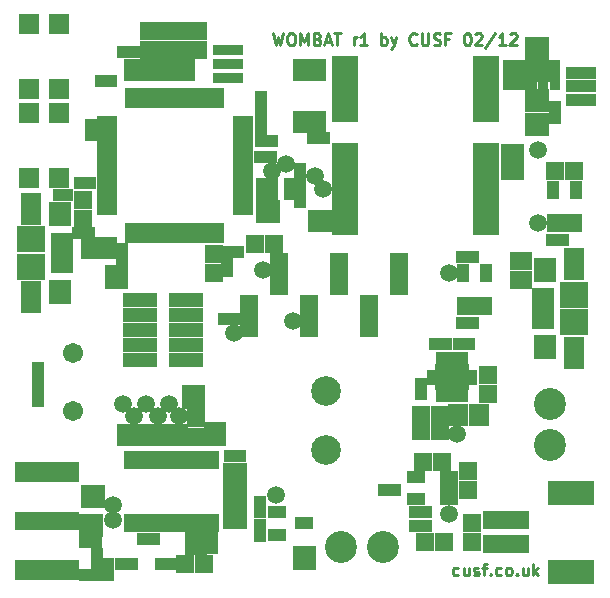
<source format=gts>
G04 (created by PCBNEW-RS274X (2012-01-19 BZR 3256)-stable) date Mon 27 Feb 2012 04:05:37 GMT*
G01*
G70*
G90*
%MOIN*%
G04 Gerber Fmt 3.4, Leading zero omitted, Abs format*
%FSLAX34Y34*%
G04 APERTURE LIST*
%ADD10C,0.006000*%
%ADD11C,0.009900*%
%ADD12R,0.033800X0.033800*%
%ADD13R,0.060200X0.073100*%
%ADD14R,0.057400X0.047600*%
%ADD15R,0.060200X0.057400*%
%ADD16R,0.086100X0.040500*%
%ADD17R,0.031800X0.059400*%
%ADD18C,0.059400*%
%ADD19R,0.059400X0.031800*%
%ADD20R,0.037700X0.031800*%
%ADD21R,0.063300X0.043600*%
%ADD22R,0.043600X0.063300*%
%ADD23R,0.070000X0.070000*%
%ADD24R,0.216900X0.059400*%
%ADD25R,0.216900X0.067200*%
%ADD26R,0.065300X0.077100*%
%ADD27R,0.059400X0.059400*%
%ADD28R,0.044400X0.044400*%
%ADD29R,0.098700X0.043600*%
%ADD30R,0.102700X0.035700*%
%ADD31C,0.098700*%
%ADD32R,0.090900X0.051500*%
%ADD33R,0.037700X0.077100*%
%ADD34R,0.075100X0.035700*%
%ADD35R,0.075100X0.083000*%
%ADD36R,0.071200X0.110600*%
%ADD37R,0.094800X0.090900*%
%ADD38R,0.031800X0.067200*%
%ADD39R,0.067200X0.031800*%
%ADD40R,0.153900X0.079100*%
%ADD41R,0.157800X0.059400*%
%ADD42R,0.060000X0.140000*%
%ADD43C,0.067200*%
%ADD44C,0.106600*%
%ADD45R,0.039700X0.039700*%
%ADD46R,0.114500X0.049900*%
%ADD47R,0.031000X0.048000*%
%ADD48C,0.031000*%
%ADD49R,0.114500X0.085000*%
%ADD50R,0.047600X0.031000*%
G04 APERTURE END LIST*
G54D10*
G54D11*
X79776Y-56047D02*
X79738Y-56065D01*
X79663Y-56065D01*
X79626Y-56047D01*
X79607Y-56028D01*
X79588Y-55990D01*
X79588Y-55878D01*
X79607Y-55840D01*
X79626Y-55822D01*
X79663Y-55803D01*
X79738Y-55803D01*
X79776Y-55822D01*
X80114Y-55803D02*
X80114Y-56065D01*
X79945Y-55803D02*
X79945Y-56009D01*
X79964Y-56047D01*
X80001Y-56065D01*
X80057Y-56065D01*
X80095Y-56047D01*
X80114Y-56028D01*
X80282Y-56047D02*
X80320Y-56065D01*
X80395Y-56065D01*
X80432Y-56047D01*
X80451Y-56009D01*
X80451Y-55990D01*
X80432Y-55953D01*
X80395Y-55934D01*
X80338Y-55934D01*
X80301Y-55915D01*
X80282Y-55878D01*
X80282Y-55859D01*
X80301Y-55822D01*
X80338Y-55803D01*
X80395Y-55803D01*
X80432Y-55822D01*
X80564Y-55803D02*
X80714Y-55803D01*
X80620Y-56065D02*
X80620Y-55728D01*
X80639Y-55690D01*
X80676Y-55671D01*
X80714Y-55671D01*
X80845Y-56028D02*
X80864Y-56047D01*
X80845Y-56065D01*
X80826Y-56047D01*
X80845Y-56028D01*
X80845Y-56065D01*
X81202Y-56047D02*
X81164Y-56065D01*
X81089Y-56065D01*
X81052Y-56047D01*
X81033Y-56028D01*
X81014Y-55990D01*
X81014Y-55878D01*
X81033Y-55840D01*
X81052Y-55822D01*
X81089Y-55803D01*
X81164Y-55803D01*
X81202Y-55822D01*
X81427Y-56065D02*
X81390Y-56047D01*
X81371Y-56028D01*
X81352Y-55990D01*
X81352Y-55878D01*
X81371Y-55840D01*
X81390Y-55822D01*
X81427Y-55803D01*
X81483Y-55803D01*
X81521Y-55822D01*
X81540Y-55840D01*
X81558Y-55878D01*
X81558Y-55990D01*
X81540Y-56028D01*
X81521Y-56047D01*
X81483Y-56065D01*
X81427Y-56065D01*
X81727Y-56028D02*
X81746Y-56047D01*
X81727Y-56065D01*
X81708Y-56047D01*
X81727Y-56028D01*
X81727Y-56065D01*
X82084Y-55803D02*
X82084Y-56065D01*
X81915Y-55803D02*
X81915Y-56009D01*
X81934Y-56047D01*
X81971Y-56065D01*
X82027Y-56065D01*
X82065Y-56047D01*
X82084Y-56028D01*
X82271Y-56065D02*
X82271Y-55671D01*
X82308Y-55915D02*
X82421Y-56065D01*
X82421Y-55803D02*
X82271Y-55953D01*
X73599Y-37993D02*
X73693Y-38387D01*
X73768Y-38106D01*
X73843Y-38387D01*
X73937Y-37993D01*
X74162Y-37993D02*
X74237Y-37993D01*
X74274Y-38012D01*
X74312Y-38050D01*
X74331Y-38125D01*
X74331Y-38256D01*
X74312Y-38331D01*
X74274Y-38369D01*
X74237Y-38387D01*
X74162Y-38387D01*
X74124Y-38369D01*
X74087Y-38331D01*
X74068Y-38256D01*
X74068Y-38125D01*
X74087Y-38050D01*
X74124Y-38012D01*
X74162Y-37993D01*
X74500Y-38387D02*
X74500Y-37993D01*
X74631Y-38275D01*
X74762Y-37993D01*
X74762Y-38387D01*
X75081Y-38181D02*
X75137Y-38200D01*
X75156Y-38219D01*
X75175Y-38256D01*
X75175Y-38312D01*
X75156Y-38350D01*
X75137Y-38369D01*
X75100Y-38387D01*
X74950Y-38387D01*
X74950Y-37993D01*
X75081Y-37993D01*
X75119Y-38012D01*
X75137Y-38031D01*
X75156Y-38069D01*
X75156Y-38106D01*
X75137Y-38144D01*
X75119Y-38162D01*
X75081Y-38181D01*
X74950Y-38181D01*
X75325Y-38275D02*
X75513Y-38275D01*
X75288Y-38387D02*
X75419Y-37993D01*
X75550Y-38387D01*
X75626Y-37993D02*
X75851Y-37993D01*
X75738Y-38387D02*
X75738Y-37993D01*
X76282Y-38387D02*
X76282Y-38125D01*
X76282Y-38200D02*
X76301Y-38162D01*
X76319Y-38144D01*
X76357Y-38125D01*
X76394Y-38125D01*
X76732Y-38387D02*
X76507Y-38387D01*
X76620Y-38387D02*
X76620Y-37993D01*
X76582Y-38050D01*
X76545Y-38087D01*
X76507Y-38106D01*
X77201Y-38387D02*
X77201Y-37993D01*
X77201Y-38144D02*
X77238Y-38125D01*
X77313Y-38125D01*
X77351Y-38144D01*
X77370Y-38162D01*
X77388Y-38200D01*
X77388Y-38312D01*
X77370Y-38350D01*
X77351Y-38369D01*
X77313Y-38387D01*
X77238Y-38387D01*
X77201Y-38369D01*
X77519Y-38125D02*
X77613Y-38387D01*
X77707Y-38125D02*
X77613Y-38387D01*
X77576Y-38481D01*
X77557Y-38500D01*
X77519Y-38519D01*
X78382Y-38350D02*
X78363Y-38369D01*
X78307Y-38387D01*
X78269Y-38387D01*
X78213Y-38369D01*
X78176Y-38331D01*
X78157Y-38294D01*
X78138Y-38219D01*
X78138Y-38162D01*
X78157Y-38087D01*
X78176Y-38050D01*
X78213Y-38012D01*
X78269Y-37993D01*
X78307Y-37993D01*
X78363Y-38012D01*
X78382Y-38031D01*
X78551Y-37993D02*
X78551Y-38312D01*
X78570Y-38350D01*
X78588Y-38369D01*
X78626Y-38387D01*
X78701Y-38387D01*
X78738Y-38369D01*
X78757Y-38350D01*
X78776Y-38312D01*
X78776Y-37993D01*
X78945Y-38369D02*
X79001Y-38387D01*
X79095Y-38387D01*
X79133Y-38369D01*
X79151Y-38350D01*
X79170Y-38312D01*
X79170Y-38275D01*
X79151Y-38237D01*
X79133Y-38219D01*
X79095Y-38200D01*
X79020Y-38181D01*
X78983Y-38162D01*
X78964Y-38144D01*
X78945Y-38106D01*
X78945Y-38069D01*
X78964Y-38031D01*
X78983Y-38012D01*
X79020Y-37993D01*
X79114Y-37993D01*
X79170Y-38012D01*
X79470Y-38181D02*
X79339Y-38181D01*
X79339Y-38387D02*
X79339Y-37993D01*
X79526Y-37993D01*
X80052Y-37993D02*
X80089Y-37993D01*
X80127Y-38012D01*
X80146Y-38031D01*
X80164Y-38069D01*
X80183Y-38144D01*
X80183Y-38237D01*
X80164Y-38312D01*
X80146Y-38350D01*
X80127Y-38369D01*
X80089Y-38387D01*
X80052Y-38387D01*
X80014Y-38369D01*
X79996Y-38350D01*
X79977Y-38312D01*
X79958Y-38237D01*
X79958Y-38144D01*
X79977Y-38069D01*
X79996Y-38031D01*
X80014Y-38012D01*
X80052Y-37993D01*
X80333Y-38031D02*
X80352Y-38012D01*
X80389Y-37993D01*
X80483Y-37993D01*
X80521Y-38012D01*
X80539Y-38031D01*
X80558Y-38069D01*
X80558Y-38106D01*
X80539Y-38162D01*
X80314Y-38387D01*
X80558Y-38387D01*
X81008Y-37975D02*
X80671Y-38481D01*
X81346Y-38387D02*
X81121Y-38387D01*
X81234Y-38387D02*
X81234Y-37993D01*
X81196Y-38050D01*
X81159Y-38087D01*
X81121Y-38106D01*
X81496Y-38031D02*
X81515Y-38012D01*
X81552Y-37993D01*
X81646Y-37993D01*
X81684Y-38012D01*
X81702Y-38031D01*
X81721Y-38069D01*
X81721Y-38106D01*
X81702Y-38162D01*
X81477Y-38387D01*
X81721Y-38387D01*
G54D12*
X82992Y-39055D03*
X82992Y-39378D03*
X82992Y-39701D03*
X82602Y-39701D03*
X82212Y-39701D03*
X82212Y-39055D03*
X81425Y-39378D03*
G54D13*
X82604Y-39252D03*
G54D14*
X82216Y-39380D03*
G54D15*
X81829Y-39378D03*
G54D16*
X81699Y-39088D03*
X81699Y-39667D03*
G54D17*
X71615Y-52205D03*
X71359Y-52205D03*
X71103Y-52205D03*
X70848Y-52205D03*
X70592Y-52205D03*
X70336Y-52205D03*
X70080Y-52205D03*
X69824Y-52205D03*
X69568Y-52205D03*
X69313Y-52205D03*
X69057Y-52205D03*
X68801Y-52205D03*
X68800Y-54331D03*
X69056Y-54331D03*
X69312Y-54331D03*
X69567Y-54331D03*
X69823Y-54331D03*
X70079Y-54331D03*
X70335Y-54331D03*
X70591Y-54331D03*
X70847Y-54331D03*
X71103Y-54331D03*
X71359Y-54331D03*
X71615Y-54331D03*
G54D18*
X73701Y-53386D03*
X68583Y-50355D03*
X68977Y-50749D03*
X70473Y-50749D03*
X70118Y-50335D03*
X72283Y-47992D03*
X69764Y-50749D03*
X73563Y-42577D03*
X74035Y-42341D03*
X73268Y-45866D03*
X74252Y-47598D03*
X82441Y-44331D03*
X82441Y-41890D03*
X68268Y-53702D03*
X79449Y-45984D03*
X79724Y-51340D03*
X79449Y-54016D03*
X75276Y-43189D03*
X75000Y-42756D03*
X68268Y-54213D03*
X69371Y-50355D03*
G54D17*
X81654Y-46220D03*
X81851Y-46220D03*
X82048Y-46220D03*
X82048Y-45590D03*
X81851Y-45590D03*
X81654Y-45590D03*
G54D19*
X67480Y-44961D03*
X67480Y-45158D03*
X67480Y-45355D03*
X68110Y-45355D03*
X68110Y-45158D03*
X68110Y-44961D03*
G54D20*
X73592Y-42992D03*
X73592Y-43189D03*
X73592Y-43386D03*
X74124Y-43386D03*
X74124Y-43189D03*
X74124Y-42992D03*
G54D21*
X79449Y-53523D03*
X79449Y-53149D03*
X79449Y-52775D03*
X78347Y-52775D03*
X78347Y-53523D03*
G54D22*
X79941Y-47086D03*
X80315Y-47086D03*
X80689Y-47086D03*
X80689Y-45984D03*
X79941Y-45984D03*
X82933Y-44331D03*
X83307Y-44331D03*
X83681Y-44331D03*
X83681Y-43229D03*
X82933Y-43229D03*
G54D21*
X73720Y-53957D03*
X73720Y-54705D03*
X74626Y-54331D03*
G54D23*
X66445Y-39863D03*
X65445Y-39863D03*
X66445Y-37697D03*
X65445Y-37697D03*
X66445Y-42815D03*
X65445Y-42815D03*
X66445Y-40649D03*
X65445Y-40649D03*
G54D24*
X66063Y-54252D03*
G54D25*
X66063Y-55886D03*
X66063Y-52618D03*
G54D26*
X79764Y-50710D03*
X80472Y-50710D03*
G54D27*
X72992Y-45000D03*
X73622Y-45000D03*
X71300Y-55670D03*
X70670Y-55670D03*
X71024Y-51457D03*
X71024Y-50827D03*
X71102Y-38543D03*
X71102Y-37913D03*
X70551Y-38543D03*
X70551Y-37913D03*
X70000Y-38543D03*
X70000Y-37913D03*
X71614Y-45354D03*
X71614Y-45984D03*
X82992Y-42598D03*
X83622Y-42598D03*
X67244Y-43543D03*
X67244Y-44173D03*
X78661Y-54961D03*
X79291Y-54961D03*
X69449Y-38543D03*
X69449Y-37913D03*
X80236Y-54331D03*
X80236Y-54961D03*
X79213Y-52283D03*
X78583Y-52283D03*
X79173Y-51261D03*
X78543Y-51261D03*
X79173Y-50710D03*
X78543Y-50710D03*
X80748Y-50001D03*
X80748Y-49371D03*
X80080Y-52598D03*
X80080Y-53228D03*
G54D28*
X71201Y-54803D03*
X70847Y-54803D03*
X71575Y-55157D03*
X71575Y-54803D03*
X69272Y-54843D03*
X69626Y-54843D03*
X67717Y-54586D03*
X67717Y-54232D03*
X73622Y-43760D03*
X73622Y-44114D03*
X71201Y-55177D03*
X70847Y-55177D03*
X71478Y-51536D03*
X71832Y-51536D03*
X71478Y-51142D03*
X71832Y-51142D03*
X72126Y-54311D03*
X72126Y-53957D03*
X72126Y-53229D03*
X72126Y-53583D03*
X67323Y-54232D03*
X67323Y-54586D03*
X67697Y-54961D03*
X67343Y-54961D03*
X67717Y-55689D03*
X67717Y-55335D03*
X67697Y-56063D03*
X67343Y-56063D03*
X68110Y-55689D03*
X68110Y-56043D03*
X68524Y-55669D03*
X68878Y-55669D03*
X78327Y-53937D03*
X78681Y-53937D03*
X78543Y-50021D03*
X78543Y-49667D03*
X82894Y-44882D03*
X83248Y-44882D03*
X79902Y-47638D03*
X80256Y-47638D03*
X79902Y-45433D03*
X80256Y-45433D03*
X82205Y-38327D03*
X82205Y-38681D03*
X82205Y-40413D03*
X82205Y-40059D03*
X82205Y-41201D03*
X82205Y-40847D03*
X82598Y-38681D03*
X82598Y-38327D03*
X82598Y-40413D03*
X82598Y-40059D03*
X82992Y-40453D03*
X82992Y-40807D03*
X82598Y-40847D03*
X82598Y-41201D03*
X75295Y-41496D03*
X74941Y-41496D03*
X75354Y-44429D03*
X75354Y-44075D03*
X81398Y-41890D03*
X81752Y-41890D03*
X81398Y-42283D03*
X81752Y-42283D03*
X81398Y-42677D03*
X81752Y-42677D03*
X68563Y-46299D03*
X68209Y-46299D03*
X73228Y-43760D03*
X73228Y-44114D03*
X72067Y-45276D03*
X72421Y-45276D03*
X73189Y-40847D03*
X73189Y-41201D03*
X69213Y-39390D03*
X69213Y-39036D03*
X68819Y-39390D03*
X68819Y-39036D03*
X71949Y-47520D03*
X72303Y-47520D03*
X68563Y-45197D03*
X68563Y-45551D03*
X68209Y-45906D03*
X68563Y-45906D03*
X74961Y-44429D03*
X74961Y-44075D03*
X73150Y-54390D03*
X73150Y-54744D03*
X73150Y-53957D03*
X73150Y-53603D03*
X73563Y-41575D03*
X73209Y-41575D03*
X70787Y-39390D03*
X70787Y-39036D03*
X70394Y-39390D03*
X70394Y-39036D03*
X70000Y-39390D03*
X70000Y-39036D03*
X74823Y-55669D03*
X74469Y-55669D03*
X74823Y-55276D03*
X74469Y-55276D03*
X78327Y-54409D03*
X78681Y-54409D03*
X77303Y-53228D03*
X77657Y-53228D03*
X69606Y-39390D03*
X69606Y-39036D03*
X79350Y-48348D03*
X78996Y-48348D03*
X79784Y-48348D03*
X80138Y-48348D03*
X67146Y-42992D03*
X67500Y-42992D03*
X73169Y-42126D03*
X73523Y-42126D03*
X69862Y-55669D03*
X70216Y-55669D03*
X72127Y-52855D03*
X72127Y-52501D03*
X72520Y-52855D03*
X72520Y-52501D03*
X72520Y-53583D03*
X72520Y-53229D03*
X72146Y-52087D03*
X72500Y-52087D03*
X72520Y-53957D03*
X72520Y-54311D03*
X69371Y-51556D03*
X69371Y-51202D03*
X68977Y-51556D03*
X68977Y-51202D03*
X68583Y-51556D03*
X68583Y-51202D03*
X65748Y-49902D03*
X65748Y-50256D03*
X65748Y-49508D03*
X65748Y-49154D03*
X70552Y-51202D03*
X70552Y-51556D03*
X70158Y-51202D03*
X70158Y-51556D03*
X69764Y-51202D03*
X69764Y-51556D03*
X67795Y-53602D03*
X67795Y-53248D03*
X67402Y-53602D03*
X67402Y-53248D03*
X70769Y-49922D03*
X71123Y-49922D03*
X70769Y-50316D03*
X71123Y-50316D03*
X74488Y-43248D03*
X74488Y-43602D03*
X74488Y-42500D03*
X74488Y-42854D03*
X73228Y-43012D03*
X73228Y-43366D03*
X67520Y-41397D03*
X67520Y-41043D03*
X67460Y-44646D03*
X67106Y-44646D03*
G54D29*
X83858Y-40225D03*
X83858Y-39764D03*
X83858Y-39303D03*
G54D30*
X72087Y-38543D03*
X72087Y-39015D03*
X72087Y-39488D03*
G54D31*
X75354Y-51890D03*
X75354Y-49921D03*
G54D32*
X80708Y-44488D03*
X80708Y-44055D03*
X80708Y-43622D03*
X80708Y-43189D03*
X80708Y-42756D03*
X80708Y-42323D03*
X80708Y-41890D03*
X75984Y-41890D03*
X75984Y-42323D03*
X75984Y-42756D03*
X75984Y-43189D03*
X75984Y-43622D03*
X75984Y-44055D03*
X75984Y-44488D03*
X80708Y-40708D03*
X80708Y-40275D03*
X80708Y-39842D03*
X80708Y-39409D03*
X80708Y-38976D03*
X75984Y-38976D03*
X75984Y-39409D03*
X75984Y-39842D03*
X75984Y-40275D03*
X75984Y-40708D03*
G54D33*
X75197Y-39213D03*
X74941Y-39213D03*
X74685Y-39213D03*
X74429Y-39213D03*
X74429Y-40945D03*
X74685Y-40945D03*
X74941Y-40945D03*
X75197Y-40945D03*
G54D34*
X66575Y-44803D03*
X66575Y-45059D03*
X66575Y-45315D03*
X66575Y-45571D03*
X66575Y-45827D03*
G54D35*
X66496Y-44016D03*
X66496Y-46614D03*
G54D36*
X65532Y-46791D03*
X65532Y-43839D03*
G54D37*
X65532Y-45768D03*
X65532Y-44862D03*
G54D34*
X82598Y-47677D03*
X82598Y-47421D03*
X82598Y-47165D03*
X82598Y-46909D03*
X82598Y-46653D03*
G54D35*
X82677Y-48464D03*
X82677Y-45866D03*
G54D36*
X83641Y-45689D03*
X83641Y-48641D03*
G54D37*
X83641Y-46712D03*
X83641Y-47618D03*
G54D38*
X71791Y-40137D03*
X71594Y-40137D03*
X71397Y-40137D03*
X71200Y-40137D03*
X71004Y-40137D03*
X70807Y-40137D03*
X70610Y-40137D03*
X70413Y-40137D03*
X70216Y-40137D03*
X70019Y-40137D03*
X69822Y-40137D03*
X69626Y-40137D03*
X69429Y-40137D03*
X69232Y-40137D03*
X69035Y-40137D03*
X68838Y-40137D03*
X68838Y-44665D03*
X69035Y-44665D03*
X69232Y-44665D03*
X69429Y-44665D03*
X69626Y-44665D03*
X69822Y-44665D03*
X70019Y-44665D03*
X70216Y-44665D03*
X70413Y-44665D03*
X70610Y-44665D03*
X70807Y-44665D03*
X71004Y-44665D03*
X71200Y-44665D03*
X71397Y-44665D03*
X71594Y-44665D03*
X71791Y-44665D03*
G54D39*
X68051Y-40924D03*
X68051Y-41121D03*
X68051Y-41318D03*
X68051Y-41515D03*
X68051Y-41712D03*
X68051Y-41909D03*
X68051Y-42106D03*
X68051Y-42302D03*
X68051Y-42499D03*
X68051Y-42696D03*
X68051Y-42893D03*
X68051Y-43090D03*
X68051Y-43287D03*
X68051Y-43483D03*
X68051Y-43680D03*
X68051Y-43877D03*
X72579Y-43877D03*
X72579Y-43680D03*
X72579Y-43483D03*
X72579Y-43287D03*
X72579Y-43090D03*
X72579Y-42893D03*
X72579Y-42696D03*
X72579Y-42499D03*
X72579Y-42302D03*
X72579Y-42106D03*
X72579Y-41909D03*
X72579Y-41712D03*
X72579Y-41515D03*
X72579Y-41318D03*
X72579Y-41121D03*
X72579Y-40924D03*
G54D40*
X83543Y-53307D03*
X83543Y-55945D03*
G54D41*
X81358Y-54232D03*
X81358Y-55020D03*
G54D42*
X77795Y-46032D03*
X76795Y-47432D03*
X75795Y-46032D03*
X74795Y-47432D03*
X73795Y-46032D03*
X72795Y-47432D03*
G54D43*
X66929Y-50567D03*
X66929Y-48645D03*
G54D44*
X77244Y-55118D03*
X75866Y-55118D03*
X82835Y-51732D03*
X82835Y-50354D03*
G54D45*
X72047Y-45630D03*
X72047Y-45906D03*
X66732Y-43386D03*
X66456Y-43386D03*
G54D46*
X69173Y-46890D03*
X70708Y-46890D03*
X69173Y-47390D03*
X70708Y-47390D03*
X69173Y-47890D03*
X70708Y-47890D03*
X69173Y-48390D03*
X70708Y-48390D03*
X69173Y-48890D03*
X70708Y-48890D03*
G54D28*
X73189Y-40099D03*
X73189Y-40453D03*
X67854Y-39567D03*
X68208Y-39567D03*
X68957Y-38622D03*
X68603Y-38622D03*
G54D47*
X79173Y-50058D03*
X79370Y-50058D03*
X79567Y-50058D03*
X79764Y-50058D03*
X79961Y-50058D03*
X79961Y-48842D03*
X79764Y-48842D03*
X79567Y-48842D03*
X79370Y-48842D03*
X79173Y-48842D03*
G54D48*
X79173Y-49922D03*
X79370Y-49922D03*
X79567Y-49922D03*
X79764Y-49922D03*
X79961Y-49922D03*
X79961Y-48978D03*
X79764Y-48978D03*
X79567Y-48978D03*
X79370Y-48978D03*
X79173Y-48978D03*
G54D49*
X79567Y-49450D03*
G54D50*
X80177Y-49352D03*
X80177Y-49568D03*
X78957Y-49352D03*
X78957Y-49568D03*
M02*

</source>
